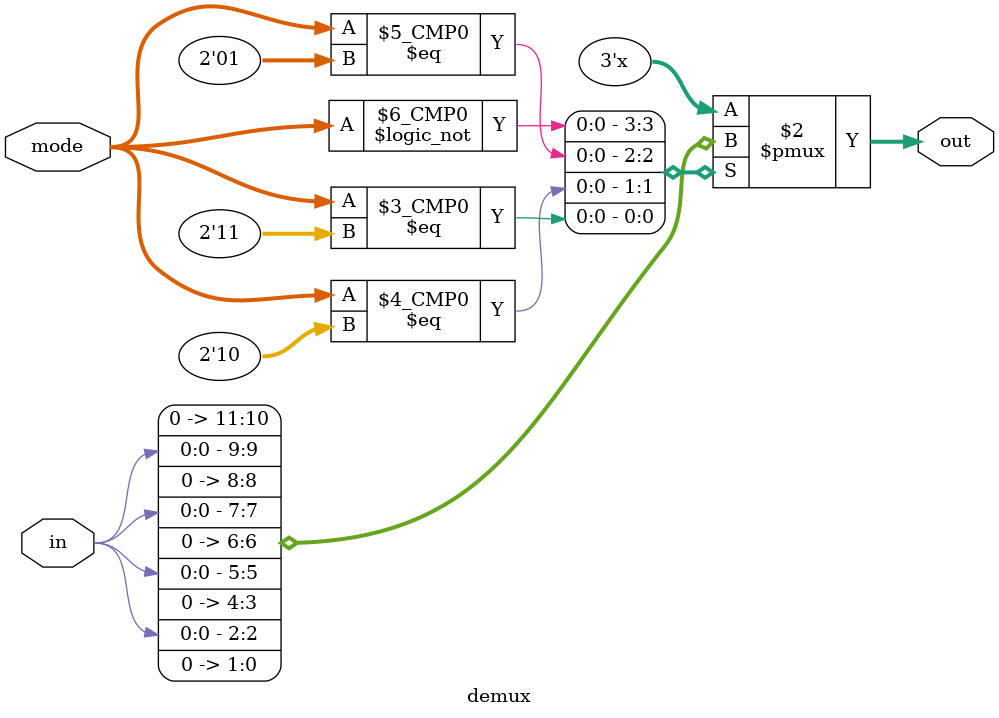
<source format=v>
module demux(in,mode,out); // no on_off

input in;
input [1:0]mode;
output reg [2:0]out;

always @(mode)
	case(mode)
	2'b00 : out = {1'b0,1'b0,in};
	2'b01 : out = {1'b0,in,1'b0};
	2'b10 : out = {in,1'b0,1'b0};
   2'b11 : out = {in,1'b0,1'b0};
	default : out = {1'b0,1'b0,1'b0};
	endcase
	
endmodule

</source>
